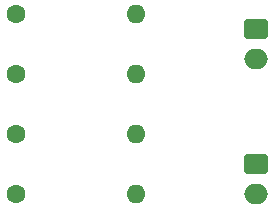
<source format=gbr>
%TF.GenerationSoftware,KiCad,Pcbnew,(6.0.8)*%
%TF.CreationDate,2024-10-31T16:59:06+09:00*%
%TF.ProjectId,MIRS2405_OVD_pcb,4d495253-3234-4303-955f-4f56445f7063,rev?*%
%TF.SameCoordinates,Original*%
%TF.FileFunction,Soldermask,Bot*%
%TF.FilePolarity,Negative*%
%FSLAX46Y46*%
G04 Gerber Fmt 4.6, Leading zero omitted, Abs format (unit mm)*
G04 Created by KiCad (PCBNEW (6.0.8)) date 2024-10-31 16:59:06*
%MOMM*%
%LPD*%
G01*
G04 APERTURE LIST*
G04 Aperture macros list*
%AMRoundRect*
0 Rectangle with rounded corners*
0 $1 Rounding radius*
0 $2 $3 $4 $5 $6 $7 $8 $9 X,Y pos of 4 corners*
0 Add a 4 corners polygon primitive as box body*
4,1,4,$2,$3,$4,$5,$6,$7,$8,$9,$2,$3,0*
0 Add four circle primitives for the rounded corners*
1,1,$1+$1,$2,$3*
1,1,$1+$1,$4,$5*
1,1,$1+$1,$6,$7*
1,1,$1+$1,$8,$9*
0 Add four rect primitives between the rounded corners*
20,1,$1+$1,$2,$3,$4,$5,0*
20,1,$1+$1,$4,$5,$6,$7,0*
20,1,$1+$1,$6,$7,$8,$9,0*
20,1,$1+$1,$8,$9,$2,$3,0*%
G04 Aperture macros list end*
%ADD10C,1.600000*%
%ADD11O,1.600000X1.600000*%
%ADD12RoundRect,0.250000X-0.750000X0.600000X-0.750000X-0.600000X0.750000X-0.600000X0.750000X0.600000X0*%
%ADD13O,2.000000X1.700000*%
G04 APERTURE END LIST*
D10*
%TO.C,R4*%
X92710000Y-111760000D03*
D11*
X102870000Y-111760000D03*
%TD*%
D10*
%TO.C,R3*%
X92710000Y-106680000D03*
D11*
X102870000Y-106680000D03*
%TD*%
D10*
%TO.C,R2*%
X92710000Y-101600000D03*
D11*
X102870000Y-101600000D03*
%TD*%
D10*
%TO.C,R1*%
X92710000Y-96520000D03*
D11*
X102870000Y-96520000D03*
%TD*%
D12*
%TO.C,J2*%
X113030000Y-97790000D03*
D13*
X113030000Y-100290000D03*
%TD*%
D12*
%TO.C,J1*%
X113030000Y-109220000D03*
D13*
X113030000Y-111720000D03*
%TD*%
M02*

</source>
